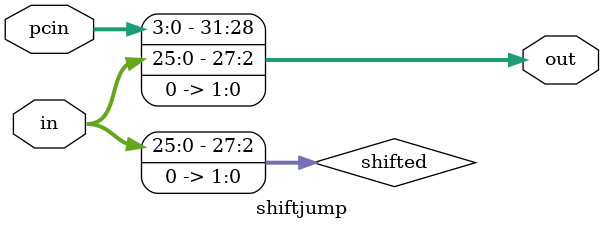
<source format=v>
module shiftjump(out,in,pcin);//it takes instructor [25:0] and pc+4 [31:28] and gives 2 shifted version
output [31:0] out;
input [25:0] in;
input [3:0] pcin;
wire [27:0] shifted;
assign shifted=in<<2;//shifts by 2
assign out = {pcin,shifted};//concatenates
endmodule

</source>
